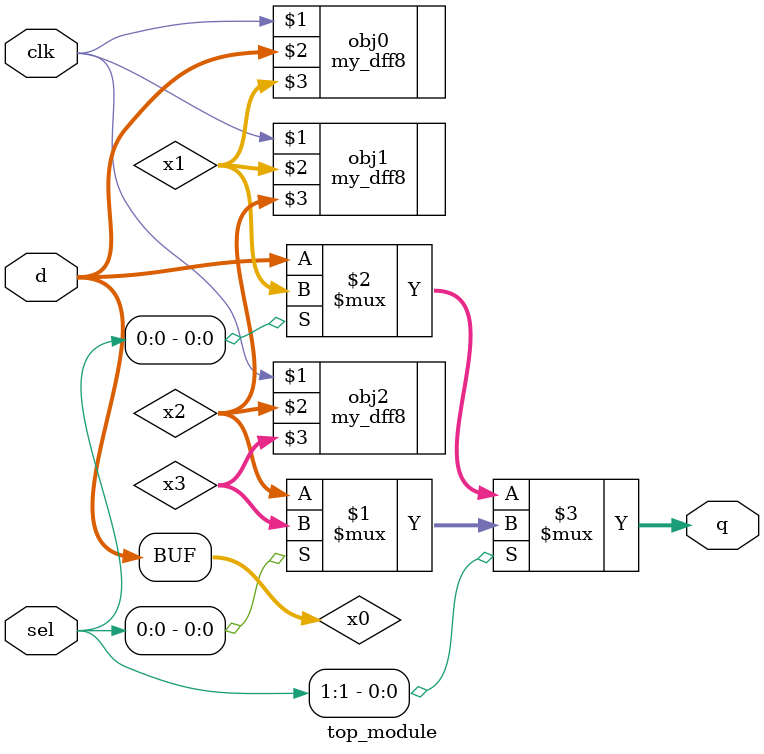
<source format=v>
module top_module ( 
    input clk, 
    input [7:0] d, 
    input [1:0] sel, 
    output [7:0] q 
);
    wire [7:0] x0, x1, x2, x3;
    assign x0 = d;
    my_dff8 obj0(clk, x0, x1);
    my_dff8 obj1(clk, x1, x2);
    my_dff8 obj2(clk, x2, x3);
    
    assign q = (sel[1] ? (sel[0] ? x3: x2) : (sel[0] ? x1: x0));

endmodule

</source>
